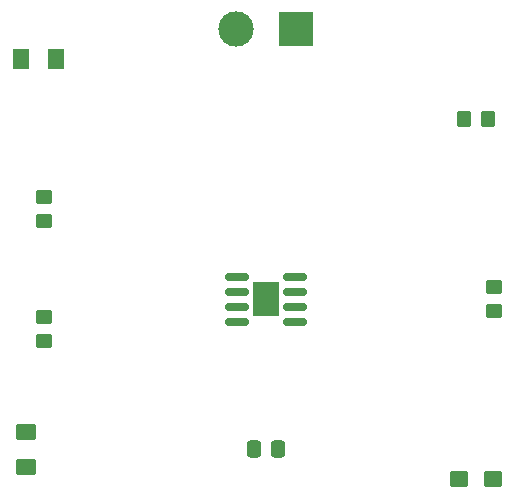
<source format=gbr>
%TF.GenerationSoftware,KiCad,Pcbnew,(6.0.10)*%
%TF.CreationDate,2023-02-17T09:15:59-08:00*%
%TF.ProjectId,excercise2,65786365-7263-4697-9365-322e6b696361,rev?*%
%TF.SameCoordinates,Original*%
%TF.FileFunction,Soldermask,Top*%
%TF.FilePolarity,Negative*%
%FSLAX46Y46*%
G04 Gerber Fmt 4.6, Leading zero omitted, Abs format (unit mm)*
G04 Created by KiCad (PCBNEW (6.0.10)) date 2023-02-17 09:15:59*
%MOMM*%
%LPD*%
G01*
G04 APERTURE LIST*
G04 Aperture macros list*
%AMRoundRect*
0 Rectangle with rounded corners*
0 $1 Rounding radius*
0 $2 $3 $4 $5 $6 $7 $8 $9 X,Y pos of 4 corners*
0 Add a 4 corners polygon primitive as box body*
4,1,4,$2,$3,$4,$5,$6,$7,$8,$9,$2,$3,0*
0 Add four circle primitives for the rounded corners*
1,1,$1+$1,$2,$3*
1,1,$1+$1,$4,$5*
1,1,$1+$1,$6,$7*
1,1,$1+$1,$8,$9*
0 Add four rect primitives between the rounded corners*
20,1,$1+$1,$2,$3,$4,$5,0*
20,1,$1+$1,$4,$5,$6,$7,0*
20,1,$1+$1,$6,$7,$8,$9,0*
20,1,$1+$1,$8,$9,$2,$3,0*%
G04 Aperture macros list end*
%ADD10R,3.000000X3.000000*%
%ADD11C,3.000000*%
%ADD12RoundRect,0.250000X-0.450000X0.350000X-0.450000X-0.350000X0.450000X-0.350000X0.450000X0.350000X0*%
%ADD13RoundRect,0.250000X-0.350000X-0.450000X0.350000X-0.450000X0.350000X0.450000X-0.350000X0.450000X0*%
%ADD14RoundRect,0.250001X0.624999X-0.462499X0.624999X0.462499X-0.624999X0.462499X-0.624999X-0.462499X0*%
%ADD15RoundRect,0.250000X0.537500X0.425000X-0.537500X0.425000X-0.537500X-0.425000X0.537500X-0.425000X0*%
%ADD16RoundRect,0.250000X0.337500X0.475000X-0.337500X0.475000X-0.337500X-0.475000X0.337500X-0.475000X0*%
%ADD17RoundRect,0.150000X-0.825000X-0.150000X0.825000X-0.150000X0.825000X0.150000X-0.825000X0.150000X0*%
%ADD18R,2.290000X3.000000*%
%ADD19RoundRect,0.250001X-0.462499X-0.624999X0.462499X-0.624999X0.462499X0.624999X-0.462499X0.624999X0*%
G04 APERTURE END LIST*
D10*
%TO.C,J1*%
X147320000Y-66040000D03*
D11*
X142240000Y-66040000D03*
%TD*%
D12*
%TO.C,R2*%
X164100000Y-87900000D03*
X164100000Y-89900000D03*
%TD*%
%TO.C,R3*%
X126000000Y-80280000D03*
X126000000Y-82280000D03*
%TD*%
%TO.C,R4*%
X126000000Y-90440000D03*
X126000000Y-92440000D03*
%TD*%
D13*
%TO.C,R1*%
X161560000Y-73660000D03*
X163560000Y-73660000D03*
%TD*%
D14*
%TO.C,D2*%
X124460000Y-103087500D03*
X124460000Y-100112500D03*
%TD*%
D15*
%TO.C,C1*%
X163997500Y-104140000D03*
X161122500Y-104140000D03*
%TD*%
D16*
%TO.C,C2*%
X145817500Y-101600000D03*
X143742500Y-101600000D03*
%TD*%
D17*
%TO.C,U1*%
X142305000Y-86995000D03*
X142305000Y-88265000D03*
X142305000Y-89535000D03*
X142305000Y-90805000D03*
X147255000Y-90805000D03*
X147255000Y-89535000D03*
X147255000Y-88265000D03*
X147255000Y-86995000D03*
D18*
X144780000Y-88900000D03*
%TD*%
D19*
%TO.C,D1*%
X124025000Y-68580000D03*
X127000000Y-68580000D03*
%TD*%
M02*

</source>
